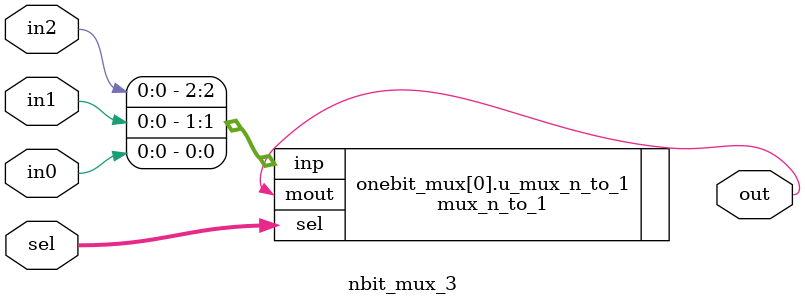
<source format=v>
module nbit_mux_3 #(
    parameter WIDTH = 1
) (
    input  [WIDTH-1:0] in0,
    input  [WIDTH-1:0] in1,
    input  [WIDTH-1:0] in2,
    input  [      1:0] sel,
    output [WIDTH-1:0] out
);

  generate
    genvar i;
    for (i = 0; i < WIDTH; i = i + 1) begin : onebit_mux
      mux_n_to_1 #(
          .N(3),
          .m(2)
      ) u_mux_n_to_1 (
          .inp ({in2[i], in1[i], in0[i]}),
          .sel (sel),
          .mout(out[i])
      );
    end
  endgenerate

endmodule

</source>
